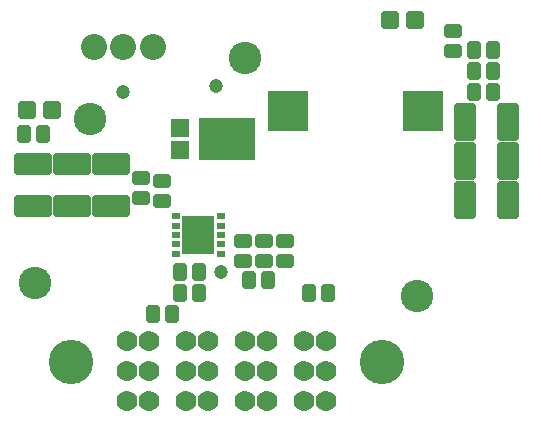
<source format=gbr>
%TF.GenerationSoftware,Altium Limited,Altium Designer,24.2.2 (26)*%
G04 Layer_Color=8388736*
%FSLAX45Y45*%
%MOMM*%
%TF.SameCoordinates,3B1DD697-BB8E-4966-B076-04D6E0BCF24A*%
%TF.FilePolarity,Negative*%
%TF.FileFunction,Soldermask,Top*%
%TF.Part,Single*%
G01*
G75*
%TA.AperFunction,SMDPad,CuDef*%
%ADD37R,1.50320X1.50320*%
%ADD38R,4.80320X3.60320*%
G04:AMPARAMS|DCode=39|XSize=1.8032mm|YSize=3.2032mm|CornerRadius=0.2216mm|HoleSize=0mm|Usage=FLASHONLY|Rotation=180.000|XOffset=0mm|YOffset=0mm|HoleType=Round|Shape=RoundedRectangle|*
%AMROUNDEDRECTD39*
21,1,1.80320,2.76000,0,0,180.0*
21,1,1.36000,3.20320,0,0,180.0*
1,1,0.44320,-0.68000,1.38000*
1,1,0.44320,0.68000,1.38000*
1,1,0.44320,0.68000,-1.38000*
1,1,0.44320,-0.68000,-1.38000*
%
%ADD39ROUNDEDRECTD39*%
G04:AMPARAMS|DCode=40|XSize=1.6032mm|YSize=1.1032mm|CornerRadius=0.1691mm|HoleSize=0mm|Usage=FLASHONLY|Rotation=270.000|XOffset=0mm|YOffset=0mm|HoleType=Round|Shape=RoundedRectangle|*
%AMROUNDEDRECTD40*
21,1,1.60320,0.76500,0,0,270.0*
21,1,1.26500,1.10320,0,0,270.0*
1,1,0.33820,-0.38250,-0.63250*
1,1,0.33820,-0.38250,0.63250*
1,1,0.33820,0.38250,0.63250*
1,1,0.33820,0.38250,-0.63250*
%
%ADD40ROUNDEDRECTD40*%
G04:AMPARAMS|DCode=41|XSize=1.6032mm|YSize=1.1032mm|CornerRadius=0.1691mm|HoleSize=0mm|Usage=FLASHONLY|Rotation=0.000|XOffset=0mm|YOffset=0mm|HoleType=Round|Shape=RoundedRectangle|*
%AMROUNDEDRECTD41*
21,1,1.60320,0.76500,0,0,0.0*
21,1,1.26500,1.10320,0,0,0.0*
1,1,0.33820,0.63250,-0.38250*
1,1,0.33820,-0.63250,-0.38250*
1,1,0.33820,-0.63250,0.38250*
1,1,0.33820,0.63250,0.38250*
%
%ADD41ROUNDEDRECTD41*%
%ADD42C,1.20320*%
%ADD43R,3.50320X3.37820*%
G04:AMPARAMS|DCode=44|XSize=1.5032mm|YSize=1.5032mm|CornerRadius=0.2316mm|HoleSize=0mm|Usage=FLASHONLY|Rotation=180.000|XOffset=0mm|YOffset=0mm|HoleType=Round|Shape=RoundedRectangle|*
%AMROUNDEDRECTD44*
21,1,1.50320,1.04000,0,0,180.0*
21,1,1.04000,1.50320,0,0,180.0*
1,1,0.46320,-0.52000,0.52000*
1,1,0.46320,0.52000,0.52000*
1,1,0.46320,0.52000,-0.52000*
1,1,0.46320,-0.52000,-0.52000*
%
%ADD44ROUNDEDRECTD44*%
%ADD45R,2.80320X3.20320*%
%ADD46R,0.80320X0.50320*%
G04:AMPARAMS|DCode=47|XSize=1.8032mm|YSize=3.2032mm|CornerRadius=0.2216mm|HoleSize=0mm|Usage=FLASHONLY|Rotation=270.000|XOffset=0mm|YOffset=0mm|HoleType=Round|Shape=RoundedRectangle|*
%AMROUNDEDRECTD47*
21,1,1.80320,2.76000,0,0,270.0*
21,1,1.36000,3.20320,0,0,270.0*
1,1,0.44320,-1.38000,-0.68000*
1,1,0.44320,-1.38000,0.68000*
1,1,0.44320,1.38000,0.68000*
1,1,0.44320,1.38000,-0.68000*
%
%ADD47ROUNDEDRECTD47*%
%TA.AperFunction,ComponentPad*%
%ADD48C,2.74320*%
%ADD49C,2.20320*%
%ADD50C,3.76320*%
%ADD51C,1.76320*%
D37*
X2057400Y2328600D02*
D03*
Y2514600D02*
D03*
D38*
X2452400Y2421600D02*
D03*
D39*
X4828200Y2235200D02*
D03*
X4468200D02*
D03*
X4828200Y2565400D02*
D03*
X4468200D02*
D03*
Y1905000D02*
D03*
X4828200D02*
D03*
D40*
X1987500Y939800D02*
D03*
X1822500D02*
D03*
X4540300Y2819400D02*
D03*
X4705300D02*
D03*
Y2997200D02*
D03*
X4540300D02*
D03*
X3310840Y1117600D02*
D03*
X3145840D02*
D03*
X2635300Y1231900D02*
D03*
X2800300D02*
D03*
X2216100Y1117600D02*
D03*
X2051100D02*
D03*
X730300Y2463800D02*
D03*
X895300D02*
D03*
X2216100Y1295400D02*
D03*
X2051100D02*
D03*
X4705300Y3175000D02*
D03*
X4540300D02*
D03*
D41*
X1727200Y2089100D02*
D03*
Y1924100D02*
D03*
X4368800Y3333700D02*
D03*
Y3168700D02*
D03*
X2768600Y1555700D02*
D03*
Y1390700D02*
D03*
X2590800Y1555700D02*
D03*
Y1390700D02*
D03*
X1905000Y2063700D02*
D03*
Y1898700D02*
D03*
X2946400Y1555700D02*
D03*
Y1390700D02*
D03*
D42*
X2362200Y2870200D02*
D03*
X2400300Y1295400D02*
D03*
X1574800Y2819400D02*
D03*
D43*
X2971800Y2664460D02*
D03*
X4114800D02*
D03*
D44*
X4042000Y3429000D02*
D03*
X3832000D02*
D03*
X968600Y2667000D02*
D03*
X758600D02*
D03*
D45*
X2207260Y1610360D02*
D03*
D46*
X2017260Y1770360D02*
D03*
Y1690360D02*
D03*
Y1610360D02*
D03*
Y1530360D02*
D03*
Y1450360D02*
D03*
X2397260Y1770360D02*
D03*
Y1690360D02*
D03*
Y1610360D02*
D03*
Y1530360D02*
D03*
Y1450360D02*
D03*
D47*
X812800Y1852000D02*
D03*
Y2212000D02*
D03*
X1143000Y1852000D02*
D03*
Y2212000D02*
D03*
X1473200Y1852000D02*
D03*
Y2212000D02*
D03*
D48*
X1295400Y2590800D02*
D03*
X2603500Y3111500D02*
D03*
X4064000Y1094740D02*
D03*
X825500Y1206500D02*
D03*
D49*
X1324800Y3200400D02*
D03*
X1574800D02*
D03*
X1824800D02*
D03*
D50*
X3762710Y538800D02*
D03*
X1134710D02*
D03*
D51*
X1792710Y208800D02*
D03*
X1604710D02*
D03*
X1792710Y462800D02*
D03*
X1604710D02*
D03*
X1792710Y716800D02*
D03*
X1604710D02*
D03*
X3292710Y208800D02*
D03*
X3104710D02*
D03*
X3292710Y462800D02*
D03*
X3104710D02*
D03*
X3292710Y716800D02*
D03*
X3104710D02*
D03*
X2792710Y208800D02*
D03*
X2604710D02*
D03*
X2792710Y462800D02*
D03*
X2604710D02*
D03*
X2792710Y716800D02*
D03*
X2604710D02*
D03*
X2292710Y208800D02*
D03*
X2104710D02*
D03*
X2292710Y462800D02*
D03*
X2104710D02*
D03*
X2292710Y716800D02*
D03*
X2104710D02*
D03*
%TF.MD5,d9dc4a36cc3240abac0bac2169ee1380*%
M02*

</source>
